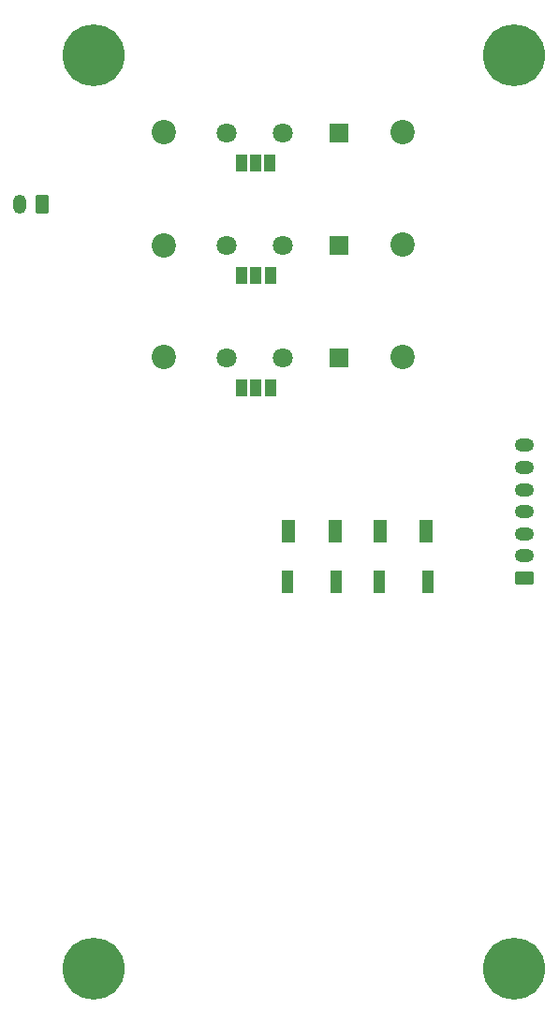
<source format=gbr>
%TF.GenerationSoftware,KiCad,Pcbnew,(6.0.7)*%
%TF.CreationDate,2023-03-08T23:55:29-05:00*%
%TF.ProjectId,CoreIO,436f7265-494f-42e6-9b69-6361645f7063,rev?*%
%TF.SameCoordinates,Original*%
%TF.FileFunction,Soldermask,Bot*%
%TF.FilePolarity,Negative*%
%FSLAX46Y46*%
G04 Gerber Fmt 4.6, Leading zero omitted, Abs format (unit mm)*
G04 Created by KiCad (PCBNEW (6.0.7)) date 2023-03-08 23:55:29*
%MOMM*%
%LPD*%
G01*
G04 APERTURE LIST*
G04 Aperture macros list*
%AMRoundRect*
0 Rectangle with rounded corners*
0 $1 Rounding radius*
0 $2 $3 $4 $5 $6 $7 $8 $9 X,Y pos of 4 corners*
0 Add a 4 corners polygon primitive as box body*
4,1,4,$2,$3,$4,$5,$6,$7,$8,$9,$2,$3,0*
0 Add four circle primitives for the rounded corners*
1,1,$1+$1,$2,$3*
1,1,$1+$1,$4,$5*
1,1,$1+$1,$6,$7*
1,1,$1+$1,$8,$9*
0 Add four rect primitives between the rounded corners*
20,1,$1+$1,$2,$3,$4,$5,0*
20,1,$1+$1,$4,$5,$6,$7,0*
20,1,$1+$1,$6,$7,$8,$9,0*
20,1,$1+$1,$8,$9,$2,$3,0*%
G04 Aperture macros list end*
%ADD10C,2.200000*%
%ADD11C,3.600000*%
%ADD12C,5.600000*%
%ADD13RoundRect,0.250000X0.350000X0.625000X-0.350000X0.625000X-0.350000X-0.625000X0.350000X-0.625000X0*%
%ADD14O,1.200000X1.750000*%
%ADD15R,1.800000X1.800000*%
%ADD16C,1.800000*%
%ADD17RoundRect,0.250000X0.625000X-0.350000X0.625000X0.350000X-0.625000X0.350000X-0.625000X-0.350000X0*%
%ADD18O,1.750000X1.200000*%
%ADD19R,1.000000X2.000000*%
%ADD20R,1.300000X2.100000*%
%ADD21R,1.000000X1.500000*%
G04 APERTURE END LIST*
D10*
%TO.C,REF\u002A\u002A*%
X156753325Y-81037739D03*
%TD*%
%TO.C,REF\u002A\u002A*%
X156755962Y-70875763D03*
%TD*%
%TO.C,REF\u002A\u002A*%
X156753659Y-60717410D03*
%TD*%
%TO.C,REF\u002A\u002A*%
X135163823Y-81035050D03*
%TD*%
%TO.C,*%
X135161627Y-70880976D03*
%TD*%
%TO.C,REF\u002A\u002A*%
X135166511Y-60714558D03*
%TD*%
D11*
%TO.C,H4*%
X128821044Y-136276378D03*
D12*
X128821044Y-136276378D03*
%TD*%
D13*
%TO.C,J2*%
X124190000Y-67220000D03*
D14*
X122190000Y-67220000D03*
%TD*%
D15*
%TO.C,S1*%
X151023176Y-81059176D03*
D16*
X145943176Y-81059176D03*
X140863176Y-81059176D03*
%TD*%
D17*
%TO.C,J1*%
X167780605Y-100981317D03*
D18*
X167780605Y-98981317D03*
X167780605Y-96981317D03*
X167780605Y-94981317D03*
X167780605Y-92981317D03*
X167780605Y-90981317D03*
X167780605Y-88981317D03*
%TD*%
D15*
%TO.C,S2*%
X151023058Y-70888941D03*
D16*
X145943058Y-70888941D03*
X140863058Y-70888941D03*
%TD*%
D11*
%TO.C,H3*%
X166909025Y-53739054D03*
D12*
X166909025Y-53739054D03*
%TD*%
D11*
%TO.C,H2*%
X166902698Y-136268782D03*
D12*
X166902698Y-136268782D03*
%TD*%
D16*
%TO.C,S3*%
X140899176Y-60762470D03*
X145979176Y-60762470D03*
D15*
X151059176Y-60762470D03*
%TD*%
D11*
%TO.C,H1*%
X128816000Y-53739054D03*
D12*
X128816000Y-53739054D03*
%TD*%
D19*
%TO.C,BT1*%
X150790000Y-101360000D03*
X146390000Y-101360000D03*
D20*
X150690000Y-96760000D03*
X146490000Y-96760000D03*
%TD*%
D19*
%TO.C,BT2*%
X154645000Y-101360000D03*
X159045000Y-101360000D03*
D20*
X158945000Y-96760000D03*
X154745000Y-96760000D03*
%TD*%
D21*
%TO.C,JP3*%
X144810000Y-63500000D03*
X143510000Y-63500000D03*
X142210000Y-63500000D03*
%TD*%
%TO.C,JP2*%
X144840000Y-73660000D03*
X143540000Y-73660000D03*
X142240000Y-73660000D03*
%TD*%
%TO.C,JP1*%
X144840000Y-83820000D03*
X143540000Y-83820000D03*
X142240000Y-83820000D03*
%TD*%
M02*

</source>
